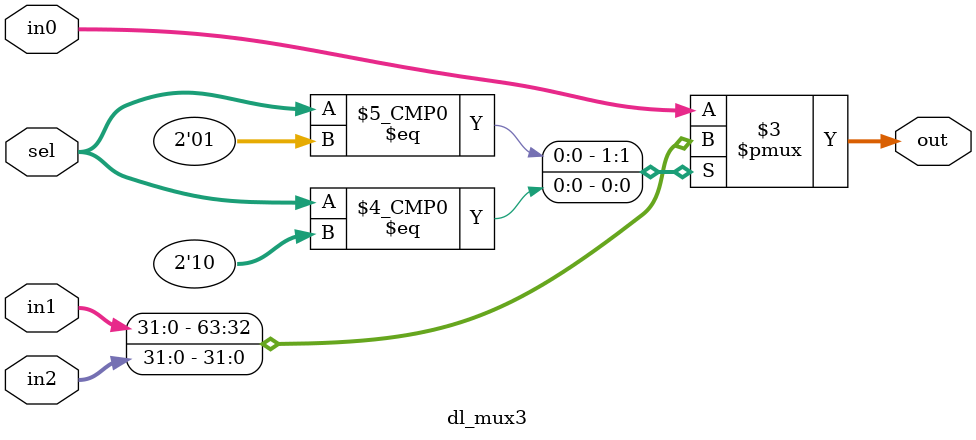
<source format=sv>
/*
   Filename: dl_mux3.sv

   Parameterized 3-to-1 multiplexer implementation
*/
//--------------------------------------------------------------

`ifndef __DL_MUX3_SV__
`define __DL_MUX3_SV__

module dl_mux3 #(
    parameter NUM_BITS = 32
)(
    input  logic [NUM_BITS-1:0]  in0,
    input  logic [NUM_BITS-1:0]  in1,
    input  logic [NUM_BITS-1:0]  in2,
    input  logic [1:0]           sel,
    output logic [NUM_BITS-1:0]  out
);

    always_comb begin
        case (sel)
            2'd0:   out = in0;
            2'd1:   out = in1;
            2'd2:   out = in2;
            default: out = in0;
        endcase
    end
endmodule

`endif // __DL_MUX3_SV__

</source>
